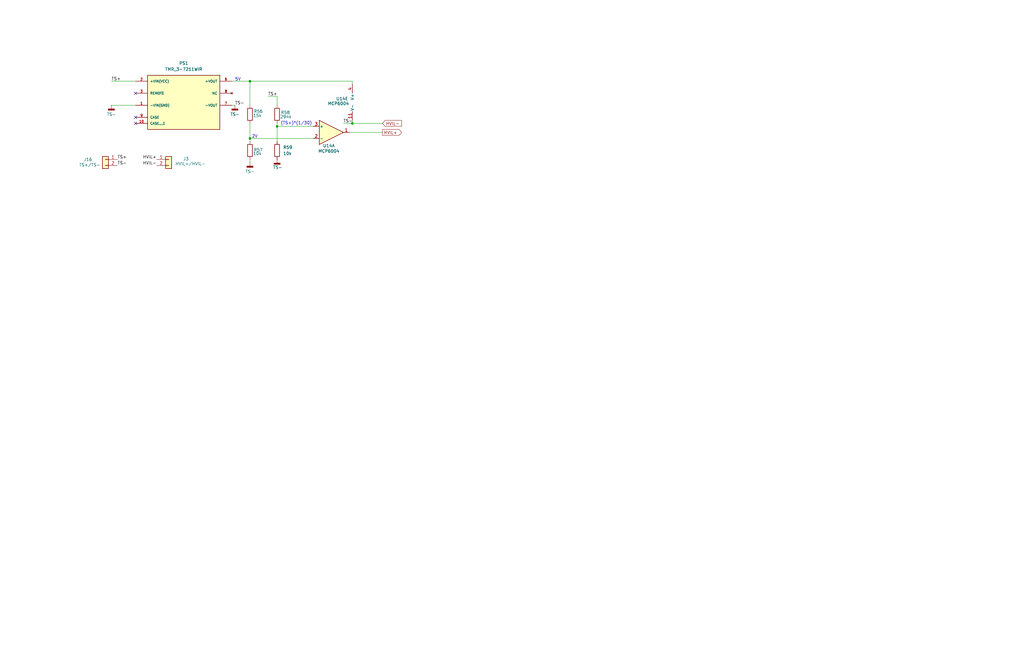
<source format=kicad_sch>
(kicad_sch (version 20250114) (generator "eeschema") (generator_version "9.0")
  (paper "B")
  (lib_symbols
    (symbol "Amplifier_Operational:MCP6004" (pin_names (offset 0.127))
      (property "Reference" "U" (at 0 5.08 0))
      (property "Value" "MCP6004" (at 0 -5.08 0))
      (symbol "MCP6004_1_1"
        (polyline (pts (xy -5.08 5.08) (xy 5.08 0) (xy -5.08 -5.08) (xy -5.08 5.08)) (stroke (width 0.254)) (fill (type background)))
        (pin input line (at -7.62 2.54 0) (length 2.54) (name "+") (number "3"))
        (pin input line (at -7.62 -2.54 0) (length 2.54) (name "-") (number "2"))
        (pin output line (at 7.62 0 180) (length 2.54) (name "~") (number "1"))
      )
      (symbol "MCP6004_2_1"
        (polyline (pts (xy -5.08 5.08) (xy 5.08 0) (xy -5.08 -5.08) (xy -5.08 5.08)) (stroke (width 0.254)) (fill (type background)))
        (pin input line (at -7.62 2.54 0) (length 2.54) (name "+") (number "5"))
        (pin input line (at -7.62 -2.54 0) (length 2.54) (name "-") (number "6"))
        (pin output line (at 7.62 0 180) (length 2.54) (name "~") (number "7"))
      )
      (symbol "MCP6004_3_1"
        (polyline (pts (xy -5.08 5.08) (xy 5.08 0) (xy -5.08 -5.08) (xy -5.08 5.08)) (stroke (width 0.254)) (fill (type background)))
        (pin input line (at -7.62 2.54 0) (length 2.54) (name "+") (number "10"))
        (pin input line (at -7.62 -2.54 0) (length 2.54) (name "-") (number "9"))
        (pin output line (at 7.62 0 180) (length 2.54) (name "~") (number "8"))
      )
      (symbol "MCP6004_4_1"
        (polyline (pts (xy -5.08 5.08) (xy 5.08 0) (xy -5.08 -5.08) (xy -5.08 5.08)) (stroke (width 0.254)) (fill (type background)))
        (pin input line (at -7.62 2.54 0) (length 2.54) (name "+") (number "12"))
        (pin input line (at -7.62 -2.54 0) (length 2.54) (name "-") (number "13"))
        (pin output line (at 7.62 0 180) (length 2.54) (name "~") (number "14"))
      )
      (symbol "MCP6004_5_1"
        (pin power_in line (at -2.54 7.62 270) (length 3.81) (name "V+") (number "4"))
        (pin power_in line (at -2.54 -7.62 90) (length 3.81) (name "V-") (number "11"))
      )
    )
    (symbol "Connector_Generic:Conn_01x02" (pin_names (offset 1.016) (hide yes))
      (property "Reference" "J" (at 0 2.54 0))
      (property "Value" "Conn_01x02" (at 0 -5.08 0))
      (symbol "Conn_01x02_1_1"
        (rectangle (start -1.27 1.27) (end 1.27 -3.81) (stroke (width 0.254)) (fill (type background)))
        (rectangle (start -1.27 0.127) (end 0 -0.127) (stroke (width 0.1524)))
        (rectangle (start -1.27 -2.413) (end 0 -2.667) (stroke (width 0.1524)))
        (pin passive line (at -5.08 0 0) (length 3.81) (name "Pin_1") (number "1"))
        (pin passive line (at -5.08 -2.54 0) (length 3.81) (name "Pin_2") (number "2"))
      )
    )
    (symbol "Device:R" (pin_numbers (hide yes)) (pin_names (offset 0))
      (property "Reference" "R" (at 2.032 0 90))
      (property "Value" "R" (at 0 0 90))
      (symbol "R_0_1"
        (rectangle (start -1.016 -2.54) (end 1.016 2.54) (stroke (width 0.254)))
      )
      (symbol "R_1_1"
        (pin passive line (at 0 3.81 270) (length 1.27) (name "~") (number "1"))
        (pin passive line (at 0 -3.81 90) (length 1.27) (name "~") (number "2"))
      )
    )
    (symbol "TMR_3-7211WIR:TMR_3-7211WIR" (pin_names (offset 1.016))
      (property "Reference" "PS" (at -15.24 10.922 0))
      (property "Value" "TMR_3-7211WIR" (at -15.24 -15.24 0))
      (symbol "TMR_3-7211WIR_0_0"
        (rectangle (start -15.24 -12.7) (end 15.24 10.16) (stroke (width 0.254)) (fill (type background)))
        (pin input line (at -20.32 7.62 0) (length 5.08) (name "+VIN(VCC)") (number "2"))
        (pin input line (at -20.32 2.54 0) (length 5.08) (name "REMOTE") (number "3"))
        (pin input line (at -20.32 -2.54 0) (length 5.08) (name "-VIN(GND)") (number "1"))
        (pin passive line (at -20.32 -7.62 0) (length 5.08) (name "CASE") (number "9"))
        (pin passive line (at -20.32 -10.16 0) (length 5.08) (name "CASE__1") (number "10"))
        (pin output line (at 20.32 7.62 180) (length 5.08) (name "+VOUT") (number "6"))
        (pin no_connect line (at 20.32 2.54 180) (length 5.08) (name "NC") (number "8"))
        (pin output line (at 20.32 -2.54 180) (length 5.08) (name "-VOUT") (number "7"))
      )
    )
    (symbol "power:GNDD" (power) (pin_numbers (hide yes)) (pin_names (offset 0) (hide yes))
      (property "Value" "GNDD" (at 0 -3.175 0))
      (symbol "GNDD_0_1"
        (rectangle (start -1.27 -1.524) (end 1.27 -2.032) (stroke (width 0.254)) (fill (type outline)))
        (polyline (pts (xy 0 0) (xy 0 -1.524)))
      )
      (symbol "GNDD_1_1"
        (pin power_in line (at 0 0 270) (length 0) (name "~") (number "1"))
      )
    )
  )
  (text "2V" (at 107.442 57.658 0) (effects (font (size 1.27 1.27))))
  (text "5V" (at 100.33 33.528 0) (effects (font (size 1.27 1.27))))
  (text "(TS+)*(1/30)" (at 124.968 52.07 0) (effects (font (size 1.27 1.27))))
  (junction (at 116.84 53.34))
  (junction (at 148.59 52.07))
  (junction (at 105.41 58.42))
  (junction (at 105.41 34.29))
  (no_connect (at 57.15 49.53))
  (no_connect (at 57.15 39.37))
  (no_connect (at 57.15 52.07))
  (wire (pts (xy 105.41 52.07) (xy 105.41 58.42)))
  (wire (pts (xy 46.99 44.45) (xy 57.15 44.45)))
  (wire (pts (xy 113.03 40.64) (xy 116.84 40.64)))
  (wire (pts (xy 116.84 53.34) (xy 132.08 53.34)))
  (wire (pts (xy 105.41 58.42) (xy 132.08 58.42)))
  (wire (pts (xy 148.59 52.07) (xy 148.59 50.8)))
  (wire (pts (xy 105.41 34.29) (xy 105.41 44.45)))
  (wire (pts (xy 116.84 40.64) (xy 116.84 44.45)))
  (wire (pts (xy 148.59 34.29) (xy 148.59 35.56)))
  (wire (pts (xy 148.59 52.07) (xy 161.29 52.07)))
  (wire (pts (xy 105.41 34.29) (xy 148.59 34.29)))
  (wire (pts (xy 116.84 53.34) (xy 116.84 59.69)))
  (wire (pts (xy 105.41 68.58) (xy 105.41 67.31)))
  (wire (pts (xy 97.79 44.45) (xy 99.06 44.45)))
  (wire (pts (xy 46.99 34.29) (xy 57.15 34.29)))
  (wire (pts (xy 147.32 55.88) (xy 161.29 55.88)))
  (wire (pts (xy 105.41 58.42) (xy 105.41 59.69)))
  (wire (pts (xy 144.78 52.07) (xy 148.59 52.07)))
  (wire (pts (xy 116.84 52.07) (xy 116.84 53.34)))
  (wire (pts (xy 97.79 34.29) (xy 105.41 34.29)))
  (label "TS-" (at 144.78 52.07 0))
  (label "TS-" (at 99.06 44.45 0))
  (label "TS+" (at 49.53 67.31 0))
  (label "TS+" (at 46.99 34.29 0))
  (label "HVIL+" (at 66.04 67.31 180))
  (label "HVIL-" (at 66.04 69.85 180))
  (label "TS+" (at 113.03 40.64 0))
  (label "TS-" (at 49.53 69.85 0))
  (global_label "HVIL+" (shape output) (at 161.29 55.88 0) (property "Intersheetrefs" "${INTERSHEET_REFS}" (effects (hide yes))))
  (global_label "HVIL-" (shape input) (at 161.29 52.07 0) (property "Intersheetrefs" "${INTERSHEET_REFS}" (effects (hide yes))))
  (symbol (lib_id "power:GNDD") (at 46.99 44.45 0) (unit 1)
    (property "Reference" "#PWR042" (effects (hide yes)))
    (property "Value" "TS-" (at 46.99 48.26 0))
    (property "Description" "Power symbol creates a global label with name \"GNDD\" , digital ground" (effects (hide yes)))
  )
  (symbol (lib_id "power:GNDD") (at 116.84 67.31 0) (unit 1)
    (property "Reference" "#PWR0119" (effects (hide yes)))
    (property "Value" "TS-" (at 117.094 70.612 0))
    (property "Description" "Power symbol creates a global label with name \"GNDD\" , digital ground" (effects (hide yes)))
  )
  (symbol (lib_id "Connector_Generic:Conn_01x02") (at 71.12 67.31 0) (unit 1)
    (property "Reference" "J3" (at 77.216 67.056 0) (effects (justify left)))
    (property "Value" "HVIL+/HVIL-" (at 73.914 69.088 0) (effects (justify left)))
    (property "Footprint" "FS_4_Global_Footprint_Library:1054311202 - 2-Pin Molex Nano-fit" (effects (hide yes)))
    (property "Datasheet" "https://www.molex.com/en-us/products/part-detail/1054311202?display=pdf" (effects (hide yes)))
    (property "Description" "Generic connector, single row, 01x02, script generated (kicad-library-utils/schlib/autogen/connector/)" (effects (hide yes)))
    (property "Digi PN" "WM26080CT-ND" (effects (hide yes)))
    (property "Digi URL" "https://www.digikey.com/en/products/detail/molex/1054311202/9959366" (effects (hide yes)))
    (property "MFG" "Molex" (effects (hide yes)))
    (property "MFG PN" "1054311202" (effects (hide yes)))
  )
  (symbol (lib_id "Device:R") (at 116.84 63.5 180) (unit 1)
    (property "Reference" "R59" (at 119.38 62.2299 0) (effects (justify right)))
    (property "Value" "10k" (at 119.38 64.7699 0) (effects (justify right)))
    (property "Footprint" "Resistor_SMD:R_0603_1608Metric_Pad0.98x0.95mm_HandSolder" (effects (hide yes)))
    (property "Datasheet" "https://yageogroup.com/content/datasheet/asset/file/PYU-RC_GROUP_51_ROHS_L" (effects (hide yes)))
    (property "Description" "Resistor" (effects (hide yes)))
    (property "Digi PN" "311-10.0KHRCT-ND" (effects (hide yes)))
    (property "Digi URL" "https://www.digikey.com/en/products/detail/yageo/RC0603FR-0710KL/726880" (effects (hide yes)))
    (property "MFG" "YAGEO" (effects (hide yes)))
    (property "MFG PN" "RC0603FR-0710KL" (effects (hide yes)))
  )
  (symbol (lib_id "Device:R") (at 105.41 48.26 0) (unit 1)
    (property "Reference" "R56" (at 106.934 46.99 0) (effects (justify left)))
    (property "Value" "15k" (at 106.68 48.768 0) (effects (justify left)))
    (property "Footprint" "Resistor_SMD:R_0603_1608Metric_Pad0.98x0.95mm_HandSolder" (effects (hide yes)))
    (property "Datasheet" "https://yageogroup.com/content/datasheet/asset/file/PYU-RC_GROUP_51_ROHS_L" (effects (hide yes)))
    (property "Description" "Resistor" (effects (hide yes)))
    (property "Digi PN" "311-15.0KHRCT-ND" (effects (hide yes)))
    (property "Digi URL" "https://www.digikey.com/en/products/detail/yageo/RC0603FR-0715KL/726953" (effects (hide yes)))
    (property "MFG" "YAGEO" (effects (hide yes)))
    (property "MFG PN" "RC0603FR-0715KL" (effects (hide yes)))
  )
  (symbol (lib_id "Connector_Generic:Conn_01x02") (at 44.45 67.31 0) (mirror y) (unit 1)
    (property "Reference" "J16" (at 37.084 67.31 0))
    (property "Value" "TS+/TS-" (at 37.846 69.596 0))
    (property "Footprint" "FS_4_Global_Footprint_Library:1054311202 - 2-Pin Molex Nano-fit" (effects (hide yes)))
    (property "Datasheet" "https://www.molex.com/en-us/products/part-detail/1054311202?display=pdf" (effects (hide yes)))
    (property "Description" "Generic connector, single row, 01x02, script generated (kicad-library-utils/schlib/autogen/connector/)" (effects (hide yes)))
    (property "Digi PN" "WM26080CT-ND" (effects (hide yes)))
    (property "Digi URL" "https://www.digikey.com/en/products/detail/molex/1054311202/9959366" (effects (hide yes)))
    (property "MFG" "Molex" (effects (hide yes)))
    (property "MFG PN" "1054311202" (effects (hide yes)))
  )
  (symbol (lib_id "Amplifier_Operational:MCP6004") (at 139.7 55.88 0) (unit 1)
    (property "Reference" "U14" (at 138.684 61.468 0))
    (property "Value" "MCP6004" (at 138.684 63.754 0))
    (property "Footprint" "Package_SO:SOIC-14_3.9x8.7mm_P1.27mm" (effects (hide yes)))
    (property "Datasheet" "https://ww1.microchip.com/downloads/en/DeviceDoc/MCP6001-1R-1U-2-4-1-MHz-Low-Power-Op-Amp-DS20001733L.pdf" (effects (hide yes)))
    (property "Description" "1MHz, Low-Power Op Amp, DIP-14/SOIC-14/TSSOP-14" (effects (hide yes)))
    (property "Digi PN" "MCP6004-I/P-ND" (effects (hide yes)))
    (property "Digi URL" "https://www.digikey.com/en/products/detail/microchip-technology/MCP6004-I-P/523060" (effects (hide yes)))
    (property "MFG" "Microchip Technology" (effects (hide yes)))
    (property "MFG PN" "MCP6004-I/P" (effects (hide yes)))
  )
  (symbol (lib_id "power:GNDD") (at 105.41 68.58 0) (unit 1)
    (property "Reference" "#PWR0118" (effects (hide yes)))
    (property "Value" "TS-" (at 105.41 72.39 0))
    (property "Description" "Power symbol creates a global label with name \"GNDD\" , digital ground" (effects (hide yes)))
  )
  (symbol (lib_id "Device:R") (at 116.84 48.26 180) (unit 1)
    (property "Reference" "R58" (at 118.364 47.498 0) (effects (justify right)))
    (property "Value" "294k" (at 118.11 49.276 0) (effects (justify right)))
    (property "Footprint" "Resistor_SMD:R_0603_1608Metric_Pad0.98x0.95mm_HandSolder" (effects (hide yes)))
    (property "Datasheet" "https://yageogroup.com/content/datasheet/asset/file/PYU-RC_GROUP_51_ROHS_L" (effects (hide yes)))
    (property "Description" "Resistor" (effects (hide yes)))
    (property "Digi PN" "311-294KHRCT-ND" (effects (hide yes)))
    (property "Digi URL" "https://www.digikey.com/en/products/detail/yageo/RC0603FR-07294KL/727118" (effects (hide yes)))
    (property "MFG" "YAGEO" (effects (hide yes)))
    (property "MFG PN" "RC0603FR-07294KL" (effects (hide yes)))
  )
  (symbol (lib_id "Amplifier_Operational:MCP6004") (at 151.13 43.18 0) (unit 5)
    (property "Reference" "U14" (at 141.732 41.656 0) (effects (justify left)))
    (property "Value" "MCP6004" (at 138.176 43.688 0) (effects (justify left)))
    (property "Footprint" "Package_SO:SOIC-14_3.9x8.7mm_P1.27mm" (effects (hide yes)))
    (property "Datasheet" "https://ww1.microchip.com/downloads/en/DeviceDoc/MCP6001-1R-1U-2-4-1-MHz-Low-Power-Op-Amp-DS20001733L.pdf" (effects (hide yes)))
    (property "Description" "1MHz, Low-Power Op Amp, DIP-14/SOIC-14/TSSOP-14" (effects (hide yes)))
    (property "Digi PN" "MCP6004-I/P-ND" (effects (hide yes)))
    (property "Digi URL" "https://www.digikey.com/en/products/detail/microchip-technology/MCP6004-I-P/523060" (effects (hide yes)))
    (property "MFG" "Microchip Technology" (effects (hide yes)))
    (property "MFG PN" "MCP6004-I/P" (effects (hide yes)))
  )
  (symbol (lib_id "TMR_3-7211WIR:TMR_3-7211WIR") (at 77.47 41.91 0) (unit 1)
    (property "Reference" "PS1" (at 77.47 26.67 0))
    (property "Value" "TMR_3-7211WIR" (at 77.47 29.21 0))
    (property "Footprint" "FS_4_Global_Footprint_Library:TMR 3-7211WIR" (effects (hide yes)))
    (property "Datasheet" "https://www.tracopower.com/products/tmr3wir.pdf" (effects (hide yes)))
    (property "Digi PN" "1951-2005-ND" (effects (hide yes)))
    (property "Digi URL" "https://www.digikey.com/en/products/detail/traco-power/TMR-3-7211WIR/9383482" (effects (hide yes)))
    (property "MFG" "Traco Power" (effects (hide yes)))
    (property "MFG PN" "TMR 3-7211WIR" (effects (hide yes)))
  )
  (symbol (lib_id "Device:R") (at 105.41 63.5 0) (unit 1)
    (property "Reference" "R57" (at 106.934 63.246 0) (effects (justify left)))
    (property "Value" "10k" (at 106.68 64.77 0) (effects (justify left)))
    (property "Footprint" "Resistor_SMD:R_0603_1608Metric_Pad0.98x0.95mm_HandSolder" (effects (hide yes)))
    (property "Datasheet" "https://www.yageogroup.com/content/datasheet/asset/file/PYU-AC_51_ROHS_L" (effects (hide yes)))
    (property "Description" "Resistor" (effects (hide yes)))
    (property "Digi PN" "311-10KLDCT-ND" (effects (hide yes)))
    (property "Digi URL" "https://www.digikey.com/en/products/detail/yageo/AC0603FR-0710KL/2827814" (effects (hide yes)))
    (property "MFG" "Yageo" (effects (hide yes)))
    (property "MFG PN" "AC0603FR-0710KL" (effects (hide yes)))
  )
  (symbol (lib_id "power:GNDD") (at 99.06 44.45 0) (unit 1)
    (property "Reference" "#PWR096" (effects (hide yes)))
    (property "Value" "TS-" (at 99.06 48.26 0))
    (property "Description" "Power symbol creates a global label with name \"GNDD\" , digital ground" (effects (hide yes)))
  )
)
</source>
